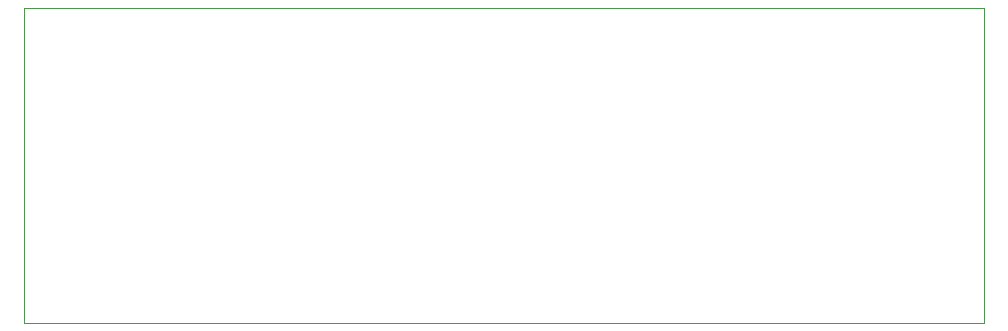
<source format=gbr>
G04 #@! TF.GenerationSoftware,KiCad,Pcbnew,(5.1.8)-1*
G04 #@! TF.CreationDate,2023-05-14T15:25:30+03:00*
G04 #@! TF.ProjectId,MOV,4d4f562e-6b69-4636-9164-5f7063625858,rev?*
G04 #@! TF.SameCoordinates,PX3a22d00PY2626d88*
G04 #@! TF.FileFunction,Profile,NP*
%FSLAX46Y46*%
G04 Gerber Fmt 4.6, Leading zero omitted, Abs format (unit mm)*
G04 Created by KiCad (PCBNEW (5.1.8)-1) date 2023-05-14 15:25:30*
%MOMM*%
%LPD*%
G01*
G04 APERTURE LIST*
G04 #@! TA.AperFunction,Profile*
%ADD10C,0.050000*%
G04 #@! TD*
G04 APERTURE END LIST*
D10*
X0Y0D02*
X0Y-26670000D01*
X81280000Y0D02*
X0Y0D01*
X81280000Y-26670000D02*
X81280000Y0D01*
X0Y-26670000D02*
X81280000Y-26670000D01*
M02*

</source>
